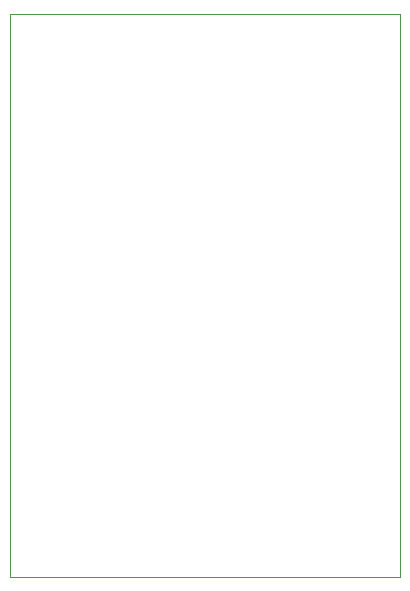
<source format=gbr>
%TF.GenerationSoftware,KiCad,Pcbnew,8.0.3+1*%
%TF.CreationDate,2024-06-18T17:54:10+02:00*%
%TF.ProjectId,EDID_spoofer,45444944-5f73-4706-9f6f-6665722e6b69,rev?*%
%TF.SameCoordinates,Original*%
%TF.FileFunction,Profile,NP*%
%FSLAX46Y46*%
G04 Gerber Fmt 4.6, Leading zero omitted, Abs format (unit mm)*
G04 Created by KiCad (PCBNEW 8.0.3+1) date 2024-06-18 17:54:10*
%MOMM*%
%LPD*%
G01*
G04 APERTURE LIST*
%TA.AperFunction,Profile*%
%ADD10C,0.050000*%
%TD*%
G04 APERTURE END LIST*
D10*
X17780000Y-20320000D02*
X50800000Y-20320000D01*
X50800000Y-67945000D01*
X17780000Y-67945000D01*
X17780000Y-20320000D01*
M02*

</source>
